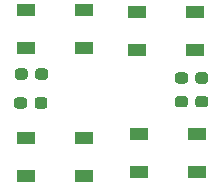
<source format=gbr>
%TF.GenerationSoftware,KiCad,Pcbnew,(5.1.10)-1*%
%TF.CreationDate,2021-06-06T01:25:55+08:00*%
%TF.ProjectId,W2S2812B,57325332-3831-4324-922e-6b696361645f,rev?*%
%TF.SameCoordinates,Original*%
%TF.FileFunction,Paste,Top*%
%TF.FilePolarity,Positive*%
%FSLAX46Y46*%
G04 Gerber Fmt 4.6, Leading zero omitted, Abs format (unit mm)*
G04 Created by KiCad (PCBNEW (5.1.10)-1) date 2021-06-06 01:25:55*
%MOMM*%
%LPD*%
G01*
G04 APERTURE LIST*
%ADD10R,1.500000X1.000000*%
G04 APERTURE END LIST*
D10*
%TO.C,D4*%
X2590000Y5750000D03*
X2590000Y2550000D03*
X7490000Y5750000D03*
X7490000Y2550000D03*
%TD*%
%TO.C,D3*%
X12140000Y6050000D03*
X12140000Y2850000D03*
X17040000Y6050000D03*
X17040000Y2850000D03*
%TD*%
%TO.C,D2*%
X11990000Y16410000D03*
X11990000Y13210000D03*
X16890000Y16410000D03*
X16890000Y13210000D03*
%TD*%
%TO.C,D1*%
X2590000Y16540000D03*
X2590000Y13340000D03*
X7490000Y16540000D03*
X7490000Y13340000D03*
%TD*%
%TO.C,C4*%
G36*
G01*
X16907500Y8572500D02*
X16907500Y9047500D01*
G75*
G02*
X17145000Y9285000I237500J0D01*
G01*
X17745000Y9285000D01*
G75*
G02*
X17982500Y9047500I0J-237500D01*
G01*
X17982500Y8572500D01*
G75*
G02*
X17745000Y8335000I-237500J0D01*
G01*
X17145000Y8335000D01*
G75*
G02*
X16907500Y8572500I0J237500D01*
G01*
G37*
G36*
G01*
X15182500Y8572500D02*
X15182500Y9047500D01*
G75*
G02*
X15420000Y9285000I237500J0D01*
G01*
X16020000Y9285000D01*
G75*
G02*
X16257500Y9047500I0J-237500D01*
G01*
X16257500Y8572500D01*
G75*
G02*
X16020000Y8335000I-237500J0D01*
G01*
X15420000Y8335000D01*
G75*
G02*
X15182500Y8572500I0J237500D01*
G01*
G37*
%TD*%
%TO.C,C3*%
G36*
G01*
X2695000Y11387500D02*
X2695000Y10912500D01*
G75*
G02*
X2457500Y10675000I-237500J0D01*
G01*
X1857500Y10675000D01*
G75*
G02*
X1620000Y10912500I0J237500D01*
G01*
X1620000Y11387500D01*
G75*
G02*
X1857500Y11625000I237500J0D01*
G01*
X2457500Y11625000D01*
G75*
G02*
X2695000Y11387500I0J-237500D01*
G01*
G37*
G36*
G01*
X4420000Y11387500D02*
X4420000Y10912500D01*
G75*
G02*
X4182500Y10675000I-237500J0D01*
G01*
X3582500Y10675000D01*
G75*
G02*
X3345000Y10912500I0J237500D01*
G01*
X3345000Y11387500D01*
G75*
G02*
X3582500Y11625000I237500J0D01*
G01*
X4182500Y11625000D01*
G75*
G02*
X4420000Y11387500I0J-237500D01*
G01*
G37*
%TD*%
%TO.C,C2*%
G36*
G01*
X16912500Y10582500D02*
X16912500Y11057500D01*
G75*
G02*
X17150000Y11295000I237500J0D01*
G01*
X17750000Y11295000D01*
G75*
G02*
X17987500Y11057500I0J-237500D01*
G01*
X17987500Y10582500D01*
G75*
G02*
X17750000Y10345000I-237500J0D01*
G01*
X17150000Y10345000D01*
G75*
G02*
X16912500Y10582500I0J237500D01*
G01*
G37*
G36*
G01*
X15187500Y10582500D02*
X15187500Y11057500D01*
G75*
G02*
X15425000Y11295000I237500J0D01*
G01*
X16025000Y11295000D01*
G75*
G02*
X16262500Y11057500I0J-237500D01*
G01*
X16262500Y10582500D01*
G75*
G02*
X16025000Y10345000I-237500J0D01*
G01*
X15425000Y10345000D01*
G75*
G02*
X15187500Y10582500I0J237500D01*
G01*
G37*
%TD*%
%TO.C,C1*%
G36*
G01*
X2635000Y8937500D02*
X2635000Y8462500D01*
G75*
G02*
X2397500Y8225000I-237500J0D01*
G01*
X1797500Y8225000D01*
G75*
G02*
X1560000Y8462500I0J237500D01*
G01*
X1560000Y8937500D01*
G75*
G02*
X1797500Y9175000I237500J0D01*
G01*
X2397500Y9175000D01*
G75*
G02*
X2635000Y8937500I0J-237500D01*
G01*
G37*
G36*
G01*
X4360000Y8937500D02*
X4360000Y8462500D01*
G75*
G02*
X4122500Y8225000I-237500J0D01*
G01*
X3522500Y8225000D01*
G75*
G02*
X3285000Y8462500I0J237500D01*
G01*
X3285000Y8937500D01*
G75*
G02*
X3522500Y9175000I237500J0D01*
G01*
X4122500Y9175000D01*
G75*
G02*
X4360000Y8937500I0J-237500D01*
G01*
G37*
%TD*%
M02*

</source>
